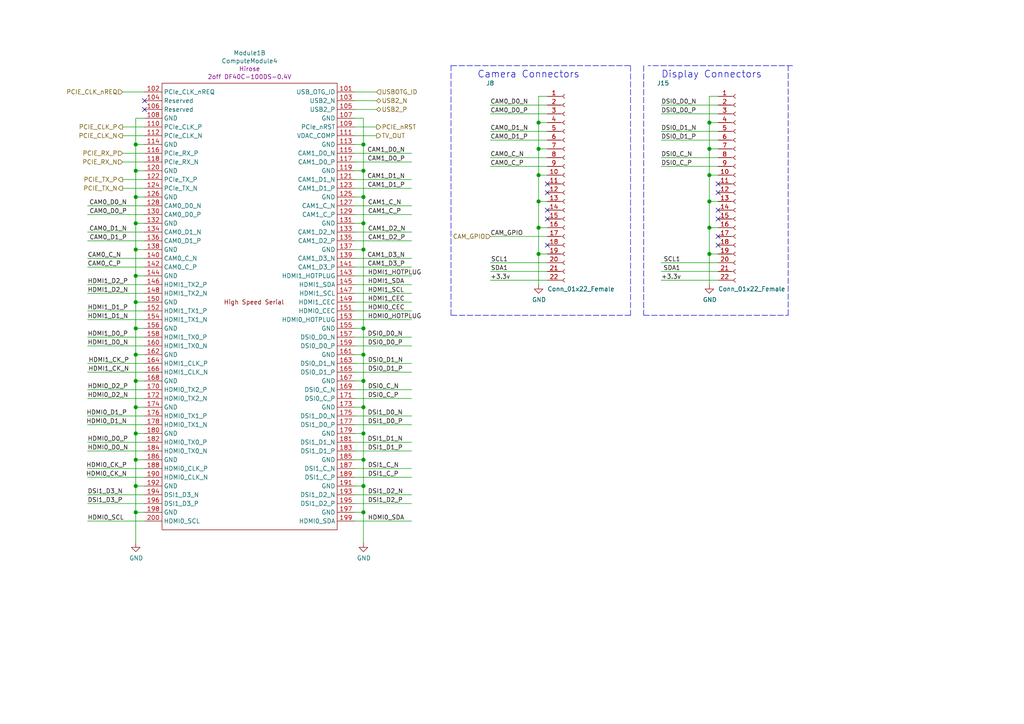
<source format=kicad_sch>
(kicad_sch (version 20250114) (generator "eeschema") (generator_version "9.0")
  (paper "A4")
  (title_block (title "WavePad CM4 Carrier Board - HighSpeed") (rev "1"))
  (lib_symbols
    (symbol "CM4IO:ComputeModule4-CM4"
      (property "Reference" "Module" (at 113.03 -68.58 0))
      (property "Value" "ComputeModule4-CM4" (at 140.97 2.54 0))
      (property "Field4" "Hirose" (at 0 0 0))
      (property "Field5" "2x DF40C-100DS-0.4V" (at 0 -2.54 0))
      (symbol "ComputeModule4-CM4_1_0"
        (text "GPIO" (at 0 6.35 0) (effects (font (size 1.27 1.27))))
      )
      (symbol "ComputeModule4-CM4_1_1"
        (rectangle (start -30.48 -71.12) (end 25.4 58.42))
        (text "600mA Max" (at -8.89 -48.26 0) (effects (font (size 1.27 1.27))))
        (text "600mA Max" (at -8.89 -53.34 0) (effects (font (size 1.27 1.27))))
        (text "NB SD signals are only available" (at -1.27 -27.94 0) (effects (font (size 1.27 1.27))))
        (text "on modules without eMMC" (at -1.27 -30.48 0) (effects (font (size 1.27 1.27))))
        (pin power_in line (at -33.02 55.88 0) (length 2.54) (name "GND") (number "2"))
        (pin passive line (at -33.02 53.34 0) (length 2.54) (name "Ethernet_Pair1_P") (number "4"))
        (pin passive line (at -33.02 50.8 0) (length 2.54) (name "Ethernet_Pair1_N") (number "6"))
        (pin power_in line (at -33.02 48.26 0) (length 2.54) (name "GND") (number "8"))
        (pin passive line (at -33.02 45.72 0) (length 2.54) (name "Ethernet_Pair0_N") (number "10"))
        (pin passive line (at -33.02 43.18 0) (length 2.54) (name "Ethernet_Pair0_P") (number "12"))
        (pin power_in line (at -33.02 40.64 0) (length 2.54) (name "GND") (number "14"))
        (pin input line (at -33.02 38.1 0) (length 2.54) (name "Ethernet_SYNC_IN(1.8v)") (number "16"))
        (pin input line (at -33.02 35.56 0) (length 2.54) (name "Ethernet_SYNC_OUT(1.8v)") (number "18"))
        (pin passive line (at -33.02 33.02 0) (length 2.54) (name "EEPROM_nWP") (number "20"))
        (pin power_in line (at -33.02 30.48 0) (length 2.54) (name "GND") (number "22"))
        (pin passive line (at -33.02 27.94 0) (length 2.54) (name "GPIO26") (number "24"))
        (pin passive line (at -33.02 25.4 0) (length 2.54) (name "GPIO19") (number "26"))
        (pin passive line (at -33.02 22.86 0) (length 2.54) (name "GPIO13") (number "28"))
        (pin passive line (at -33.02 20.32 0) (length 2.54) (name "GPIO6") (number "30"))
        (pin power_in line (at -33.02 17.78 0) (length 2.54) (name "GND") (number "32"))
        (pin passive line (at -33.02 15.24 0) (length 2.54) (name "GPIO5") (number "34"))
        (pin passive line (at -33.02 12.7 0) (length 2.54) (name "ID_SD") (number "36"))
        (pin passive line (at -33.02 10.16 0) (length 2.54) (name "GPIO11") (number "38"))
        (pin passive line (at -33.02 7.62 0) (length 2.54) (name "GPIO9") (number "40"))
        (pin power_in line (at -33.02 5.08 0) (length 2.54) (name "GND") (number "42"))
        (pin passive line (at -33.02 2.54 0) (length 2.54) (name "GPIO10") (number "44"))
        (pin passive line (at -33.02 0 0) (length 2.54) (name "GPIO22") (number "46"))
        (pin passive line (at -33.02 -2.54 0) (length 2.54) (name "GPIO27") (number "48"))
        (pin passive line (at -33.02 -5.08 0) (length 2.54) (name "GPIO17") (number "50"))
        (pin power_in line (at -33.02 -7.62 0) (length 2.54) (name "GND") (number "52"))
        (pin passive line (at -33.02 -10.16 0) (length 2.54) (name "GPIO4") (number "54"))
        (pin passive line (at -33.02 -12.7 0) (length 2.54) (name "GPIO3") (number "56"))
        (pin passive line (at -33.02 -15.24 0) (length 2.54) (name "GPIO2") (number "58"))
        (pin power_in line (at -33.02 -17.78 0) (length 2.54) (name "GND") (number "60"))
        (pin passive line (at -33.02 -20.32 0) (length 2.54) (name "SD_CMD") (number "62"))
        (pin passive line (at -33.02 -22.86 0) (length 2.54) (name "SD_DAT5") (number "64"))
        (pin power_in line (at -33.02 -25.4 0) (length 2.54) (name "GND") (number "66"))
        (pin passive line (at -33.02 -27.94 0) (length 2.54) (name "SD_DAT4") (number "68"))
        (pin passive line (at -33.02 -30.48 0) (length 2.54) (name "SD_DAT7") (number "70"))
        (pin passive line (at -33.02 -33.02 0) (length 2.54) (name "SD_DAT6") (number "72"))
        (pin power_in line (at -33.02 -35.56 0) (length 2.54) (name "GND") (number "74"))
        (pin passive line (at -33.02 -38.1 0) (length 2.54) (name "Reserved") (number "76"))
        (pin power_in line (at -33.02 -40.64 0) (length 2.54) (name "GPIO_VREF(1.8v/3.3v_Input)") (number "78"))
        (pin passive line (at -33.02 -43.18 0) (length 2.54) (name "SCL0") (number "80"))
        (pin passive line (at -33.02 -45.72 0) (length 2.54) (name "SDA0") (number "82"))
        (pin power_out line (at -33.02 -48.26 0) (length 2.54) (name "+3.3v_(Output)") (number "84"))
        (pin power_out line (at -33.02 -50.8 0) (length 2.54) (name "+3.3v_(Output)") (number "86"))
        (pin power_out line (at -33.02 -53.34 0) (length 2.54) (name "+1.8v_(Output)") (number "88"))
        (pin power_out line (at -33.02 -55.88 0) (length 2.54) (name "+1.8v_(Output)") (number "90"))
        (pin passive line (at -33.02 -58.42 0) (length 2.54) (name "RUN_PG") (number "92"))
        (pin passive line (at -33.02 -60.96 0) (length 2.54) (name "AnalogIP0") (number "94"))
        (pin passive line (at -33.02 -63.5 0) (length 2.54) (name "AnalogIP1") (number "96"))
        (pin power_in line (at -33.02 -66.04 0) (length 2.54) (name "GND") (number "98"))
        (pin output line (at -33.02 -68.58 0) (length 2.54) (name "nEXTRST") (number "100"))
        (pin power_in line (at 27.94 55.88 180) (length 2.54) (name "GND") (number "1"))
        (pin passive line (at 27.94 53.34 180) (length 2.54) (name "Ethernet_Pair3_P") (number "3"))
        (pin passive line (at 27.94 50.8 180) (length 2.54) (name "Ethernet_Pair3_N") (number "5"))
        (pin power_in line (at 27.94 48.26 180) (length 2.54) (name "GND") (number "7"))
        (pin passive line (at 27.94 45.72 180) (length 2.54) (name "Ethernet_Pair2_N") (number "9"))
        (pin passive line (at 27.94 43.18 180) (length 2.54) (name "Ethernet_Pair2_P") (number "11"))
        (pin power_in line (at 27.94 40.64 180) (length 2.54) (name "GND") (number "13"))
        (pin output line (at 27.94 38.1 180) (length 2.54) (name "Ethernet_nLED3(3.3v)") (number "15"))
        (pin output line (at 27.94 35.56 180) (length 2.54) (name "Ethernet_nLED2(3.3v)") (number "17"))
        (pin output line (at 27.94 33.02 180) (length 2.54) (name "Ethernet_nLED1(3.3v)") (number "19"))
        (pin open_collector line (at 27.94 30.48 180) (length 2.54) (name "PI_nLED_Activity") (number "21"))
        (pin power_in line (at 27.94 27.94 180) (length 2.54) (name "GND") (number "23"))
        (pin passive line (at 27.94 25.4 180) (length 2.54) (name "GPIO21") (number "25"))
        (pin passive line (at 27.94 22.86 180) (length 2.54) (name "GPIO20") (number "27"))
        (pin passive line (at 27.94 20.32 180) (length 2.54) (name "GPIO16") (number "29"))
        (pin passive line (at 27.94 17.78 180) (length 2.54) (name "GPIO12") (number "31"))
        (pin power_in line (at 27.94 15.24 180) (length 2.54) (name "GND") (number "33"))
        (pin passive line (at 27.94 12.7 180) (length 2.54) (name "ID_SC") (number "35"))
        (pin passive line (at 27.94 10.16 180) (length 2.54) (name "GPIO7") (number "37"))
        (pin passive line (at 27.94 7.62 180) (length 2.54) (name "GPIO8") (number "39"))
        (pin passive line (at 27.94 5.08 180) (length 2.54) (name "GPIO25") (number "41"))
        (pin power_in line (at 27.94 2.54 180) (length 2.54) (name "GND") (number "43"))
        (pin passive line (at 27.94 0 180) (length 2.54) (name "GPIO24") (number "45"))
        (pin passive line (at 27.94 -2.54 180) (length 2.54) (name "GPIO23") (number "47"))
        (pin passive line (at 27.94 -5.08 180) (length 2.54) (name "GPIO18") (number "49"))
        (pin passive line (at 27.94 -7.62 180) (length 2.54) (name "GPIO15") (number "51"))
        (pin power_in line (at 27.94 -10.16 180) (length 2.54) (name "GND") (number "53"))
        (pin passive line (at 27.94 -12.7 180) (length 2.54) (name "GPIO14") (number "55"))
        (pin passive line (at 27.94 -15.24 180) (length 2.54) (name "SD_CLK") (number "57"))
        (pin power_in line (at 27.94 -17.78 180) (length 2.54) (name "GND") (number "59"))
        (pin passive line (at 27.94 -20.32 180) (length 2.54) (name "SD_DAT3") (number "61"))
        (pin passive line (at 27.94 -22.86 180) (length 2.54) (name "SD_DAT0") (number "63"))
        (pin power_in line (at 27.94 -25.4 180) (length 2.54) (name "GND") (number "65"))
        (pin passive line (at 27.94 -27.94 180) (length 2.54) (name "SD_DAT1") (number "67"))
        (pin passive line (at 27.94 -30.48 180) (length 2.54) (name "SD_DAT2") (number "69"))
        (pin power_in line (at 27.94 -33.02 180) (length 2.54) (name "GND") (number "71"))
        (pin input line (at 27.94 -35.56 180) (length 2.54) (name "SD_VDD_Override") (number "73"))
        (pin output line (at 27.94 -38.1 180) (length 2.54) (name "SD_PWR_ON") (number "75"))
        (pin power_in line (at 27.94 -40.64 180) (length 2.54) (name "+5v_(Input)") (number "77"))
        (pin power_in line (at 27.94 -43.18 180) (length 2.54) (name "+5v_(Input)") (number "79"))
        (pin power_in line (at 27.94 -45.72 180) (length 2.54) (name "+5v_(Input)") (number "81"))
        (pin power_in line (at 27.94 -48.26 180) (length 2.54) (name "+5v_(Input)") (number "83"))
        (pin power_in line (at 27.94 -50.8 180) (length 2.54) (name "+5v_(Input)") (number "85"))
        (pin power_in line (at 27.94 -53.34 180) (length 2.54) (name "+5v_(Input)") (number "87"))
        (pin power_in line (at 27.94 -55.88 180) (length 2.54) (name "WiFi_nDisable") (number "89"))
        (pin power_in line (at 27.94 -58.42 180) (length 2.54) (name "BT_nDisable") (number "91"))
        (pin input line (at 27.94 -60.96 180) (length 2.54) (name "nRPIBOOT") (number "93"))
        (pin output line (at 27.94 -63.5 180) (length 2.54) (name "nPI_LED_PWR") (number "95"))
        (pin passive line (at 27.94 -66.04 180) (length 2.54) (name "Camera_GPIO") (number "97"))
        (pin input line (at 27.94 -68.58 180) (length 2.54) (name "Global_EN") (number "99"))
      )
      (symbol "ComputeModule4-CM4_2_1"
        (rectangle (start 114.3 -66.04) (end 165.1 63.5))
        (text "High Speed Serial" (at 140.97 0 0) (effects (font (size 1.27 1.27))))
        (pin input line (at 109.22 60.96 0) (length 5.08) (name "PCIe_CLK_nREQ") (number "102"))
        (pin passive line (at 109.22 58.42 0) (length 5.08) (name "Reserved") (number "104"))
        (pin passive line (at 109.22 55.88 0) (length 5.08) (name "Reserved") (number "106"))
        (pin power_in line (at 109.22 53.34 0) (length 5.08) (name "GND") (number "108"))
        (pin output line (at 109.22 50.8 0) (length 5.08) (name "PCIe_CLK_P") (number "110"))
        (pin output line (at 109.22 48.26 0) (length 5.08) (name "PCIe_CLK_N") (number "112"))
        (pin power_in line (at 109.22 45.72 0) (length 5.08) (name "GND") (number "114"))
        (pin input line (at 109.22 43.18 0) (length 5.08) (name "PCIe_RX_P") (number "116"))
        (pin input line (at 109.22 40.64 0) (length 5.08) (name "PCIe_RX_N") (number "118"))
        (pin power_in line (at 109.22 38.1 0) (length 5.08) (name "GND") (number "120"))
        (pin output line (at 109.22 35.56 0) (length 5.08) (name "PCIe_TX_P") (number "122"))
        (pin output line (at 109.22 33.02 0) (length 5.08) (name "PCIe_TX_N") (number "124"))
        (pin power_in line (at 109.22 30.48 0) (length 5.08) (name "GND") (number "126"))
        (pin input line (at 109.22 27.94 0) (length 5.08) (name "CAM0_D0_N") (number "128"))
        (pin input line (at 109.22 25.4 0) (length 5.08) (name "CAM0_D0_P") (number "130"))
        (pin power_in line (at 109.22 22.86 0) (length 5.08) (name "GND") (number "132"))
        (pin input line (at 109.22 20.32 0) (length 5.08) (name "CAM0_D1_N") (number "134"))
        (pin input line (at 109.22 17.78 0) (length 5.08) (name "CAM0_D1_P") (number "136"))
        (pin power_in line (at 109.22 15.24 0) (length 5.08) (name "GND") (number "138"))
        (pin input line (at 109.22 12.7 0) (length 5.08) (name "CAM0_C_N") (number "140"))
        (pin input line (at 109.22 10.16 0) (length 5.08) (name "CAM0_C_P") (number "142"))
        (pin power_in line (at 109.22 7.62 0) (length 5.08) (name "GND") (number "144"))
        (pin output line (at 109.22 5.08 0) (length 5.08) (name "HDMI1_TX2_P") (number "146"))
        (pin output line (at 109.22 2.54 0) (length 5.08) (name "HDMI1_TX2_N") (number "148"))
        (pin power_in line (at 109.22 0 0) (length 5.08) (name "GND") (number "150"))
        (pin output line (at 109.22 -2.54 0) (length 5.08) (name "HDMI1_TX1_P") (number "152"))
        (pin output line (at 109.22 -5.08 0) (length 5.08) (name "HDMI1_TX1_N") (number "154"))
        (pin power_in line (at 109.22 -7.62 0) (length 5.08) (name "GND") (number "156"))
        (pin output line (at 109.22 -10.16 0) (length 5.08) (name "HDMI1_TX0_P") (number "158"))
        (pin output line (at 109.22 -12.7 0) (length 5.08) (name "HDMI1_TX0_N") (number "160"))
        (pin power_in line (at 109.22 -15.24 0) (length 5.08) (name "GND") (number "162"))
        (pin output line (at 109.22 -17.78 0) (length 5.08) (name "HDMI1_CLK_P") (number "164"))
        (pin output line (at 109.22 -20.32 0) (length 5.08) (name "HDMI1_CLK_N") (number "166"))
        (pin power_in line (at 109.22 -22.86 0) (length 5.08) (name "GND") (number "168"))
        (pin output line (at 109.22 -25.4 0) (length 5.08) (name "HDMI0_TX2_P") (number "170"))
        (pin output line (at 109.22 -27.94 0) (length 5.08) (name "HDMI0_TX2_N") (number "172"))
        (pin power_in line (at 109.22 -30.48 0) (length 5.08) (name "GND") (number "174"))
        (pin output line (at 109.22 -33.02 0) (length 5.08) (name "HDMI0_TX1_P") (number "176"))
        (pin output line (at 109.22 -35.56 0) (length 5.08) (name "HDMI0_TX1_N") (number "178"))
        (pin power_in line (at 109.22 -38.1 0) (length 5.08) (name "GND") (number "180"))
        (pin output line (at 109.22 -40.64 0) (length 5.08) (name "HDMI0_TX0_P") (number "182"))
        (pin output line (at 109.22 -43.18 0) (length 5.08) (name "HDMI0_TX0_N") (number "184"))
        (pin power_in line (at 109.22 -45.72 0) (length 5.08) (name "GND") (number "186"))
        (pin output line (at 109.22 -48.26 0) (length 5.08) (name "HDMI0_CLK_P") (number "188"))
        (pin output line (at 109.22 -50.8 0) (length 5.08) (name "HDMI0_CLK_N") (number "190"))
        (pin power_in line (at 109.22 -53.34 0) (length 5.08) (name "GND") (number "192"))
        (pin output line (at 109.22 -55.88 0) (length 5.08) (name "DSI1_D3_N") (number "194"))
        (pin output line (at 109.22 -58.42 0) (length 5.08) (name "DSI1_D3_P") (number "196"))
        (pin power_in line (at 109.22 -60.96 0) (length 5.08) (name "GND") (number "198"))
        (pin open_collector line (at 109.22 -63.5 0) (length 5.08) (name "HDMI0_SCL") (number "200"))
        (pin input line (at 170.18 60.96 180) (length 5.08) (name "USB_OTG_ID") (number "101"))
        (pin passive line (at 170.18 58.42 180) (length 5.08) (name "USB2_N") (number "103"))
        (pin passive line (at 170.18 55.88 180) (length 5.08) (name "USB2_P") (number "105"))
        (pin power_in line (at 170.18 53.34 180) (length 5.08) (name "GND") (number "107"))
        (pin bidirectional line (at 170.18 50.8 180) (length 5.08) (name "PCIe_nRST") (number "109"))
        (pin passive line (at 170.18 48.26 180) (length 5.08) (name "VDAC_COMP") (number "111"))
        (pin power_in line (at 170.18 45.72 180) (length 5.08) (name "GND") (number "113"))
        (pin input line (at 170.18 43.18 180) (length 5.08) (name "CAM1_D0_N") (number "115"))
        (pin input line (at 170.18 40.64 180) (length 5.08) (name "CAM1_D0_P") (number "117"))
        (pin power_in line (at 170.18 38.1 180) (length 5.08) (name "GND") (number "119"))
        (pin input line (at 170.18 35.56 180) (length 5.08) (name "CAM1_D1_N") (number "121"))
        (pin input line (at 170.18 33.02 180) (length 5.08) (name "CAM1_D1_P") (number "123"))
        (pin power_in line (at 170.18 30.48 180) (length 5.08) (name "GND") (number "125"))
        (pin input line (at 170.18 27.94 180) (length 5.08) (name "CAM1_C_N") (number "127"))
        (pin input line (at 170.18 25.4 180) (length 5.08) (name "CAM1_C_P") (number "129"))
        (pin power_in line (at 170.18 22.86 180) (length 5.08) (name "GND") (number "131"))
        (pin input line (at 170.18 20.32 180) (length 5.08) (name "CAM1_D2_N") (number "133"))
        (pin input line (at 170.18 17.78 180) (length 5.08) (name "CAM1_D2_P") (number "135"))
        (pin power_in line (at 170.18 15.24 180) (length 5.08) (name "GND") (number "137"))
        (pin input line (at 170.18 12.7 180) (length 5.08) (name "CAM1_D3_N") (number "139"))
        (pin input line (at 170.18 10.16 180) (length 5.08) (name "CAM1_D3_P") (number "141"))
        (pin input line (at 170.18 7.62 180) (length 5.08) (name "HDMI1_HOTPLUG") (number "143"))
        (pin bidirectional line (at 170.18 5.08 180) (length 5.08) (name "HDMI1_SDA") (number "145"))
        (pin open_collector line (at 170.18 2.54 180) (length 5.08) (name "HDMI1_SCL") (number "147"))
        (pin open_collector line (at 170.18 0 180) (length 5.08) (name "HDMI1_CEC") (number "149"))
        (pin open_collector line (at 170.18 -2.54 180) (length 5.08) (name "HDMI0_CEC") (number "151"))
        (pin input line (at 170.18 -5.08 180) (length 5.08) (name "HDMI0_HOTPLUG") (number "153"))
        (pin power_in line (at 170.18 -7.62 180) (length 5.08) (name "GND") (number "155"))
        (pin output line (at 170.18 -10.16 180) (length 5.08) (name "DSI0_D0_N") (number "157"))
        (pin output line (at 170.18 -12.7 180) (length 5.08) (name "DSI0_D0_P") (number "159"))
        (pin power_in line (at 170.18 -15.24 180) (length 5.08) (name "GND") (number "161"))
        (pin output line (at 170.18 -17.78 180) (length 5.08) (name "DSI0_D1_N") (number "163"))
        (pin output line (at 170.18 -20.32 180) (length 5.08) (name "DSI0_D1_P") (number "165"))
        (pin power_in line (at 170.18 -22.86 180) (length 5.08) (name "GND") (number "167"))
        (pin output line (at 170.18 -25.4 180) (length 5.08) (name "DSI0_C_N") (number "169"))
        (pin output line (at 170.18 -27.94 180) (length 5.08) (name "DSI0_C_P") (number "171"))
        (pin power_in line (at 170.18 -30.48 180) (length 5.08) (name "GND") (number "173"))
        (pin output line (at 170.18 -33.02 180) (length 5.08) (name "DSI1_D0_N") (number "175"))
        (pin output line (at 170.18 -35.56 180) (length 5.08) (name "DSI1_D0_P") (number "177"))
        (pin power_in line (at 170.18 -38.1 180) (length 5.08) (name "GND") (number "179"))
        (pin output line (at 170.18 -40.64 180) (length 5.08) (name "DSI1_D1_N") (number "181"))
        (pin output line (at 170.18 -43.18 180) (length 5.08) (name "DSI1_D1_P") (number "183"))
        (pin power_in line (at 170.18 -45.72 180) (length 5.08) (name "GND") (number "185"))
        (pin output line (at 170.18 -48.26 180) (length 5.08) (name "DSI1_C_N") (number "187"))
        (pin output line (at 170.18 -50.8 180) (length 5.08) (name "DSI1_C_P") (number "189"))
        (pin power_in line (at 170.18 -53.34 180) (length 5.08) (name "GND") (number "191"))
        (pin output line (at 170.18 -55.88 180) (length 5.08) (name "DSI1_D2_N") (number "193"))
        (pin output line (at 170.18 -58.42 180) (length 5.08) (name "DSI1_D2_P") (number "195"))
        (pin power_in line (at 170.18 -60.96 180) (length 5.08) (name "GND") (number "197"))
        (pin bidirectional line (at 170.18 -63.5 180) (length 5.08) (name "HDMI0_SDA") (number "199"))
      )
    )
    (symbol "Connector:Conn_01x22_Female" (pin_names (hide yes))
      (property "Reference" "J" (at 0 27.94 0))
      (property "Value" "Conn_01x22_Female" (at 0 -30.48 0))
      (symbol "Conn_01x22_Female_1_1"
        (polyline (pts (xy -1.27 25.4) (xy -0.508 25.4)))
        (polyline (pts (xy -1.27 22.86) (xy -0.508 22.86)))
        (polyline (pts (xy -1.27 20.32) (xy -0.508 20.32)))
        (polyline (pts (xy -1.27 17.78) (xy -0.508 17.78)))
        (polyline (pts (xy -1.27 15.24) (xy -0.508 15.24)))
        (polyline (pts (xy -1.27 12.7) (xy -0.508 12.7)))
        (polyline (pts (xy -1.27 10.16) (xy -0.508 10.16)))
        (polyline (pts (xy -1.27 7.62) (xy -0.508 7.62)))
        (polyline (pts (xy -1.27 5.08) (xy -0.508 5.08)))
        (polyline (pts (xy -1.27 2.54) (xy -0.508 2.54)))
        (polyline (pts (xy -1.27 0) (xy -0.508 0)))
        (polyline (pts (xy -1.27 -2.54) (xy -0.508 -2.54)))
        (polyline (pts (xy -1.27 -5.08) (xy -0.508 -5.08)))
        (polyline (pts (xy -1.27 -7.62) (xy -0.508 -7.62)))
        (polyline (pts (xy -1.27 -10.16) (xy -0.508 -10.16)))
        (polyline (pts (xy -1.27 -12.7) (xy -0.508 -12.7)))
        (polyline (pts (xy -1.27 -15.24) (xy -0.508 -15.24)))
        (polyline (pts (xy -1.27 -17.78) (xy -0.508 -17.78)))
        (polyline (pts (xy -1.27 -20.32) (xy -0.508 -20.32)))
        (polyline (pts (xy -1.27 -22.86) (xy -0.508 -22.86)))
        (polyline (pts (xy -1.27 -25.4) (xy -0.508 -25.4)))
        (polyline (pts (xy -1.27 -27.94) (xy -0.508 -27.94)))
        (arc (start 0 24.892) (mid -0.5058 25.4) (end 0 25.908))
        (arc (start 0 22.352) (mid -0.5058 22.86) (end 0 23.368))
        (arc (start 0 19.812) (mid -0.5058 20.32) (end 0 20.828))
        (arc (start 0 17.272) (mid -0.5058 17.78) (end 0 18.288))
        (arc (start 0 14.732) (mid -0.5058 15.24) (end 0 15.748))
        (arc (start 0 12.192) (mid -0.5058 12.7) (end 0 13.208))
        (arc (start 0 9.652) (mid -0.5058 10.16) (end 0 10.668))
        (arc (start 0 7.112) (mid -0.5058 7.62) (end 0 8.128))
        (arc (start 0 4.572) (mid -0.5058 5.08) (end 0 5.588))
        (arc (start 0 2.032) (mid -0.5058 2.54) (end 0 3.048))
        (arc (start 0 -0.508) (mid -0.5058 0) (end 0 0.508))
        (arc (start 0 -3.048) (mid -0.5058 -2.54) (end 0 -2.032))
        (arc (start 0 -5.588) (mid -0.5058 -5.08) (end 0 -4.572))
        (arc (start 0 -8.128) (mid -0.5058 -7.62) (end 0 -7.112))
        (arc (start 0 -10.668) (mid -0.5058 -10.16) (end 0 -9.652))
        (arc (start 0 -13.208) (mid -0.5058 -12.7) (end 0 -12.192))
        (arc (start 0 -15.748) (mid -0.5058 -15.24) (end 0 -14.732))
        (arc (start 0 -18.288) (mid -0.5058 -17.78) (end 0 -17.272))
        (arc (start 0 -20.828) (mid -0.5058 -20.32) (end 0 -19.812))
        (arc (start 0 -23.368) (mid -0.5058 -22.86) (end 0 -22.352))
        (arc (start 0 -25.908) (mid -0.5058 -25.4) (end 0 -24.892))
        (arc (start 0 -28.448) (mid -0.5058 -27.94) (end 0 -27.432))
        (pin passive line (at -5.08 25.4 0) (length 3.81) (name "Pin_1") (number "1"))
        (pin passive line (at -5.08 22.86 0) (length 3.81) (name "Pin_2") (number "2"))
        (pin passive line (at -5.08 20.32 0) (length 3.81) (name "Pin_3") (number "3"))
        (pin passive line (at -5.08 17.78 0) (length 3.81) (name "Pin_4") (number "4"))
        (pin passive line (at -5.08 15.24 0) (length 3.81) (name "Pin_5") (number "5"))
        (pin passive line (at -5.08 12.7 0) (length 3.81) (name "Pin_6") (number "6"))
        (pin passive line (at -5.08 10.16 0) (length 3.81) (name "Pin_7") (number "7"))
        (pin passive line (at -5.08 7.62 0) (length 3.81) (name "Pin_8") (number "8"))
        (pin passive line (at -5.08 5.08 0) (length 3.81) (name "Pin_9") (number "9"))
        (pin passive line (at -5.08 2.54 0) (length 3.81) (name "Pin_10") (number "10"))
        (pin passive line (at -5.08 0 0) (length 3.81) (name "Pin_11") (number "11"))
        (pin passive line (at -5.08 -2.54 0) (length 3.81) (name "Pin_12") (number "12"))
        (pin passive line (at -5.08 -5.08 0) (length 3.81) (name "Pin_13") (number "13"))
        (pin passive line (at -5.08 -7.62 0) (length 3.81) (name "Pin_14") (number "14"))
        (pin passive line (at -5.08 -10.16 0) (length 3.81) (name "Pin_15") (number "15"))
        (pin passive line (at -5.08 -12.7 0) (length 3.81) (name "Pin_16") (number "16"))
        (pin passive line (at -5.08 -15.24 0) (length 3.81) (name "Pin_17") (number "17"))
        (pin passive line (at -5.08 -17.78 0) (length 3.81) (name "Pin_18") (number "18"))
        (pin passive line (at -5.08 -20.32 0) (length 3.81) (name "Pin_19") (number "19"))
        (pin passive line (at -5.08 -22.86 0) (length 3.81) (name "Pin_20") (number "20"))
        (pin passive line (at -5.08 -25.4 0) (length 3.81) (name "Pin_21") (number "21"))
        (pin passive line (at -5.08 -27.94 0) (length 3.81) (name "Pin_22") (number "22"))
      )
    )
    (symbol "power:GND" (power) (pin_names (offset 0))
      (property "Value" "GND" (at 0 -3.81 0))
      (symbol "GND_0_1"
        (polyline (pts (xy 0 0) (xy 0 -1.27) (xy 1.27 -1.27) (xy 0 -2.54) (xy -1.27 -1.27) (xy 0 -1.27)))
      )
      (symbol "GND_1_1"
        (pin power_in line (at 0 0 270) (length 0) (hide yes) (name "GND") (number "1"))
      )
    )
  )
  (text "Camera Connectors" (at 138.43 22.86 0) (effects (font (size 2.0066 2.0066)) (justify left bottom)))
  (text "Display Connectors" (at 191.77 22.86 0) (effects (font (size 2.0066 2.0066)) (justify left bottom)))
  (junction (at 105.41 110.49) (diameter 1.016))
  (junction (at 105.41 49.53) (diameter 1.016))
  (junction (at 39.37 72.39) (diameter 1.016))
  (junction (at 105.41 140.97) (diameter 1.016))
  (junction (at 156.21 66.04) (diameter 1.016))
  (junction (at 39.37 57.15) (diameter 1.016))
  (junction (at 39.37 110.49) (diameter 1.016))
  (junction (at 105.41 41.91) (diameter 1.016))
  (junction (at 39.37 49.53) (diameter 1.016))
  (junction (at 105.41 57.15) (diameter 1.016))
  (junction (at 105.41 133.35) (diameter 1.016))
  (junction (at 39.37 140.97) (diameter 1.016))
  (junction (at 205.74 43.18) (diameter 1.016))
  (junction (at 105.41 64.77) (diameter 1.016))
  (junction (at 39.37 87.63) (diameter 1.016))
  (junction (at 205.74 66.04) (diameter 1.016))
  (junction (at 105.41 148.59) (diameter 1.016))
  (junction (at 156.21 58.42) (diameter 1.016))
  (junction (at 156.21 73.66) (diameter 1.016))
  (junction (at 205.74 35.56) (diameter 1.016))
  (junction (at 39.37 118.11) (diameter 1.016))
  (junction (at 205.74 58.42) (diameter 1.016))
  (junction (at 105.41 102.87) (diameter 1.016))
  (junction (at 39.37 148.59) (diameter 1.016))
  (junction (at 105.41 118.11) (diameter 1.016))
  (junction (at 39.37 64.77) (diameter 1.016))
  (junction (at 205.74 50.8) (diameter 1.016))
  (junction (at 39.37 125.73) (diameter 1.016))
  (junction (at 205.74 73.66) (diameter 1.016))
  (junction (at 39.37 133.35) (diameter 1.016))
  (junction (at 105.41 95.25) (diameter 1.016))
  (junction (at 39.37 41.91) (diameter 1.016))
  (junction (at 105.41 72.39) (diameter 1.016))
  (junction (at 156.21 43.18) (diameter 1.016))
  (junction (at 156.21 35.56) (diameter 1.016))
  (junction (at 39.37 80.01) (diameter 1.016))
  (junction (at 39.37 102.87) (diameter 1.016))
  (junction (at 39.37 95.25) (diameter 1.016))
  (junction (at 105.41 125.73) (diameter 1.016))
  (junction (at 156.21 50.8) (diameter 1.016))
  (no_connect (at 208.28 55.88))
  (no_connect (at 208.28 60.96))
  (no_connect (at 158.75 71.12))
  (no_connect (at 158.75 63.5))
  (no_connect (at 158.75 60.96))
  (no_connect (at 158.75 53.34))
  (no_connect (at 41.91 31.75))
  (no_connect (at 208.28 68.58))
  (no_connect (at 41.91 29.21))
  (no_connect (at 208.28 71.12))
  (no_connect (at 208.28 63.5))
  (no_connect (at 158.75 55.88))
  (no_connect (at 208.28 53.34))
  (wire (pts (xy 102.87 41.91) (xy 105.41 41.91)))
  (wire (pts (xy 39.37 80.01) (xy 39.37 87.63)))
  (wire (pts (xy 41.91 62.23) (xy 25.4 62.23)))
  (wire (pts (xy 39.37 41.91) (xy 41.91 41.91)))
  (wire (pts (xy 205.74 35.56) (xy 205.74 43.18)))
  (wire (pts (xy 105.41 41.91) (xy 105.41 34.29)))
  (wire (pts (xy 156.21 66.04) (xy 158.75 66.04)))
  (wire (pts (xy 102.87 29.21) (xy 109.22 29.21)))
  (wire (pts (xy 25.4 82.55) (xy 41.91 82.55)))
  (wire (pts (xy 102.87 59.69) (xy 119.38 59.69)))
  (wire (pts (xy 41.91 44.45) (xy 35.56 44.45)))
  (wire (pts (xy 142.24 40.64) (xy 158.75 40.64)))
  (wire (pts (xy 102.87 113.03) (xy 119.38 113.03)))
  (wire (pts (xy 119.38 130.81) (xy 102.87 130.81)))
  (wire (pts (xy 102.87 148.59) (xy 105.41 148.59)))
  (wire (pts (xy 105.41 64.77) (xy 105.41 57.15)))
  (wire (pts (xy 102.87 107.95) (xy 119.38 107.95)))
  (wire (pts (xy 102.87 67.31) (xy 119.38 67.31)))
  (wire (pts (xy 39.37 140.97) (xy 39.37 148.59)))
  (wire (pts (xy 39.37 125.73) (xy 39.37 133.35)))
  (wire (pts (xy 158.75 81.28) (xy 142.24 81.28)))
  (wire (pts (xy 39.37 102.87) (xy 41.91 102.87)))
  (wire (pts (xy 119.38 120.65) (xy 102.87 120.65)))
  (wire (pts (xy 119.38 52.07) (xy 102.87 52.07)))
  (wire (pts (xy 102.87 90.17) (xy 119.38 90.17)))
  (wire (pts (xy 191.77 38.1) (xy 208.28 38.1)))
  (wire (pts (xy 142.24 33.02) (xy 158.75 33.02)))
  (wire (pts (xy 35.56 54.61) (xy 41.91 54.61)))
  (wire (pts (xy 156.21 35.56) (xy 158.75 35.56)))
  (wire (pts (xy 105.41 72.39) (xy 105.41 95.25)))
  (polyline (pts (xy 182.88 91.44) (xy 130.81 91.44)) (stroke (width 0) (type dash)))
  (wire (pts (xy 39.37 148.59) (xy 39.37 157.48)))
  (wire (pts (xy 119.38 54.61) (xy 102.87 54.61)))
  (wire (pts (xy 39.37 110.49) (xy 41.91 110.49)))
  (wire (pts (xy 25.4 74.93) (xy 41.91 74.93)))
  (wire (pts (xy 39.37 57.15) (xy 41.91 57.15)))
  (wire (pts (xy 39.37 87.63) (xy 41.91 87.63)))
  (polyline (pts (xy 228.6 91.44) (xy 228.6 19.05)) (stroke (width 0) (type dash)))
  (wire (pts (xy 39.37 110.49) (xy 39.37 118.11)))
  (wire (pts (xy 41.91 148.59) (xy 39.37 148.59)))
  (wire (pts (xy 102.87 102.87) (xy 105.41 102.87)))
  (wire (pts (xy 41.91 138.43) (xy 25.4 138.43)))
  (wire (pts (xy 35.56 52.07) (xy 41.91 52.07)))
  (wire (pts (xy 105.41 110.49) (xy 105.41 118.11)))
  (polyline (pts (xy 130.81 19.05) (xy 182.88 19.05)) (stroke (width 0) (type dash)))
  (polyline (pts (xy 186.69 91.44) (xy 228.6 91.44)) (stroke (width 0) (type dash)))
  (wire (pts (xy 105.41 57.15) (xy 105.41 49.53)))
  (wire (pts (xy 25.4 130.81) (xy 41.91 130.81)))
  (wire (pts (xy 41.91 120.65) (xy 25.4 120.65)))
  (wire (pts (xy 39.37 133.35) (xy 39.37 140.97)))
  (wire (pts (xy 105.41 49.53) (xy 105.41 41.91)))
  (wire (pts (xy 41.91 135.89) (xy 25.4 135.89)))
  (wire (pts (xy 41.91 123.19) (xy 25.4 123.19)))
  (wire (pts (xy 41.91 69.85) (xy 25.4 69.85)))
  (wire (pts (xy 39.37 95.25) (xy 39.37 102.87)))
  (wire (pts (xy 102.87 143.51) (xy 119.38 143.51)))
  (wire (pts (xy 102.87 133.35) (xy 105.41 133.35)))
  (wire (pts (xy 158.75 76.2) (xy 142.24 76.2)))
  (wire (pts (xy 205.74 58.42) (xy 205.74 66.04)))
  (wire (pts (xy 25.4 92.71) (xy 41.91 92.71)))
  (wire (pts (xy 35.56 36.83) (xy 41.91 36.83)))
  (polyline (pts (xy 229.87 19.05) (xy 187.96 19.05)) (stroke (width 0) (type dash)))
  (wire (pts (xy 156.21 66.04) (xy 156.21 73.66)))
  (wire (pts (xy 205.74 66.04) (xy 205.74 73.66)))
  (wire (pts (xy 39.37 49.53) (xy 39.37 57.15)))
  (wire (pts (xy 102.87 118.11) (xy 105.41 118.11)))
  (wire (pts (xy 156.21 73.66) (xy 156.21 82.55)))
  (polyline (pts (xy 182.88 19.05) (xy 182.88 91.44)) (stroke (width 0) (type dash)))
  (wire (pts (xy 102.87 80.01) (xy 119.38 80.01)))
  (wire (pts (xy 102.87 85.09) (xy 119.38 85.09)))
  (wire (pts (xy 205.74 27.94) (xy 205.74 35.56)))
  (wire (pts (xy 39.37 125.73) (xy 41.91 125.73)))
  (wire (pts (xy 142.24 38.1) (xy 158.75 38.1)))
  (wire (pts (xy 191.77 33.02) (xy 208.28 33.02)))
  (wire (pts (xy 208.28 76.2) (xy 191.77 76.2)))
  (wire (pts (xy 119.38 44.45) (xy 102.87 44.45)))
  (wire (pts (xy 205.74 35.56) (xy 208.28 35.56)))
  (wire (pts (xy 208.28 27.94) (xy 205.74 27.94)))
  (wire (pts (xy 39.37 118.11) (xy 41.91 118.11)))
  (wire (pts (xy 156.21 43.18) (xy 158.75 43.18)))
  (wire (pts (xy 102.87 57.15) (xy 105.41 57.15)))
  (wire (pts (xy 41.91 67.31) (xy 25.4 67.31)))
  (wire (pts (xy 119.38 100.33) (xy 102.87 100.33)))
  (wire (pts (xy 102.87 95.25) (xy 105.41 95.25)))
  (wire (pts (xy 102.87 62.23) (xy 119.38 62.23)))
  (wire (pts (xy 158.75 68.58) (xy 142.24 68.58)))
  (wire (pts (xy 39.37 95.25) (xy 41.91 95.25)))
  (wire (pts (xy 25.4 97.79) (xy 41.91 97.79)))
  (wire (pts (xy 205.74 43.18) (xy 205.74 50.8)))
  (polyline (pts (xy 186.69 19.05) (xy 186.69 91.44)) (stroke (width 0) (type dash)))
  (wire (pts (xy 39.37 64.77) (xy 39.37 72.39)))
  (wire (pts (xy 205.74 58.42) (xy 208.28 58.42)))
  (wire (pts (xy 156.21 27.94) (xy 156.21 35.56)))
  (wire (pts (xy 102.87 110.49) (xy 105.41 110.49)))
  (wire (pts (xy 105.41 34.29) (xy 102.87 34.29)))
  (wire (pts (xy 25.4 100.33) (xy 41.91 100.33)))
  (wire (pts (xy 105.41 148.59) (xy 105.41 157.48)))
  (wire (pts (xy 105.41 102.87) (xy 105.41 110.49)))
  (wire (pts (xy 191.77 45.72) (xy 208.28 45.72)))
  (wire (pts (xy 25.4 128.27) (xy 41.91 128.27)))
  (wire (pts (xy 39.37 118.11) (xy 39.37 125.73)))
  (wire (pts (xy 41.91 59.69) (xy 25.4 59.69)))
  (wire (pts (xy 156.21 58.42) (xy 156.21 66.04)))
  (wire (pts (xy 25.4 113.03) (xy 41.91 113.03)))
  (wire (pts (xy 35.56 26.67) (xy 41.91 26.67)))
  (wire (pts (xy 102.87 138.43) (xy 119.38 138.43)))
  (wire (pts (xy 25.4 151.13) (xy 41.91 151.13)))
  (wire (pts (xy 102.87 69.85) (xy 119.38 69.85)))
  (wire (pts (xy 39.37 57.15) (xy 39.37 64.77)))
  (wire (pts (xy 105.41 133.35) (xy 105.41 140.97)))
  (wire (pts (xy 39.37 41.91) (xy 39.37 49.53)))
  (wire (pts (xy 142.24 30.48) (xy 158.75 30.48)))
  (wire (pts (xy 105.41 125.73) (xy 105.41 133.35)))
  (wire (pts (xy 102.87 125.73) (xy 105.41 125.73)))
  (wire (pts (xy 119.38 77.47) (xy 102.87 77.47)))
  (wire (pts (xy 205.74 66.04) (xy 208.28 66.04)))
  (wire (pts (xy 41.91 34.29) (xy 39.37 34.29)))
  (wire (pts (xy 102.87 87.63) (xy 119.38 87.63)))
  (wire (pts (xy 39.37 87.63) (xy 39.37 95.25)))
  (wire (pts (xy 102.87 64.77) (xy 105.41 64.77)))
  (wire (pts (xy 39.37 72.39) (xy 39.37 80.01)))
  (wire (pts (xy 156.21 73.66) (xy 158.75 73.66)))
  (wire (pts (xy 119.38 74.93) (xy 102.87 74.93)))
  (wire (pts (xy 102.87 140.97) (xy 105.41 140.97)))
  (wire (pts (xy 102.87 31.75) (xy 109.22 31.75)))
  (wire (pts (xy 102.87 105.41) (xy 119.38 105.41)))
  (wire (pts (xy 102.87 146.05) (xy 119.38 146.05)))
  (wire (pts (xy 41.91 107.95) (xy 25.4 107.95)))
  (wire (pts (xy 39.37 102.87) (xy 39.37 110.49)))
  (wire (pts (xy 41.91 140.97) (xy 39.37 140.97)))
  (wire (pts (xy 102.87 135.89) (xy 119.38 135.89)))
  (wire (pts (xy 102.87 92.71) (xy 119.38 92.71)))
  (wire (pts (xy 41.91 46.99) (xy 35.56 46.99)))
  (wire (pts (xy 39.37 72.39) (xy 41.91 72.39)))
  (wire (pts (xy 142.24 48.26) (xy 158.75 48.26)))
  (wire (pts (xy 25.4 115.57) (xy 41.91 115.57)))
  (wire (pts (xy 156.21 58.42) (xy 158.75 58.42)))
  (wire (pts (xy 25.4 77.47) (xy 41.91 77.47)))
  (wire (pts (xy 102.87 72.39) (xy 105.41 72.39)))
  (wire (pts (xy 156.21 50.8) (xy 158.75 50.8)))
  (wire (pts (xy 119.38 123.19) (xy 102.87 123.19)))
  (wire (pts (xy 205.74 43.18) (xy 208.28 43.18)))
  (wire (pts (xy 119.38 46.99) (xy 102.87 46.99)))
  (wire (pts (xy 208.28 78.74) (xy 191.77 78.74)))
  (wire (pts (xy 205.74 50.8) (xy 205.74 58.42)))
  (wire (pts (xy 105.41 118.11) (xy 105.41 125.73)))
  (wire (pts (xy 119.38 97.79) (xy 102.87 97.79)))
  (wire (pts (xy 119.38 128.27) (xy 102.87 128.27)))
  (wire (pts (xy 156.21 50.8) (xy 156.21 58.42)))
  (polyline (pts (xy 130.81 91.44) (xy 130.81 19.05)) (stroke (width 0) (type dash)))
  (wire (pts (xy 205.74 73.66) (xy 208.28 73.66)))
  (wire (pts (xy 102.87 36.83) (xy 109.22 36.83)))
  (wire (pts (xy 25.4 146.05) (xy 41.91 146.05)))
  (wire (pts (xy 156.21 35.56) (xy 156.21 43.18)))
  (wire (pts (xy 191.77 40.64) (xy 208.28 40.64)))
  (wire (pts (xy 205.74 50.8) (xy 208.28 50.8)))
  (wire (pts (xy 105.41 140.97) (xy 105.41 148.59)))
  (wire (pts (xy 105.41 95.25) (xy 105.41 102.87)))
  (wire (pts (xy 191.77 30.48) (xy 208.28 30.48)))
  (wire (pts (xy 25.4 90.17) (xy 41.91 90.17)))
  (wire (pts (xy 39.37 64.77) (xy 41.91 64.77)))
  (wire (pts (xy 25.4 85.09) (xy 41.91 85.09)))
  (wire (pts (xy 39.37 133.35) (xy 41.91 133.35)))
  (wire (pts (xy 191.77 48.26) (xy 208.28 48.26)))
  (wire (pts (xy 105.41 72.39) (xy 105.41 64.77)))
  (wire (pts (xy 205.74 73.66) (xy 205.74 82.55)))
  (wire (pts (xy 102.87 115.57) (xy 119.38 115.57)))
  (wire (pts (xy 156.21 43.18) (xy 156.21 50.8)))
  (wire (pts (xy 39.37 34.29) (xy 39.37 41.91)))
  (wire (pts (xy 35.56 39.37) (xy 41.91 39.37)))
  (wire (pts (xy 41.91 105.41) (xy 25.4 105.41)))
  (wire (pts (xy 208.28 81.28) (xy 191.77 81.28)))
  (wire (pts (xy 39.37 80.01) (xy 41.91 80.01)))
  (wire (pts (xy 39.37 49.53) (xy 41.91 49.53)))
  (wire (pts (xy 158.75 78.74) (xy 142.24 78.74)))
  (wire (pts (xy 102.87 151.13) (xy 119.38 151.13)))
  (wire (pts (xy 109.22 26.67) (xy 102.87 26.67)))
  (wire (pts (xy 25.4 143.51) (xy 41.91 143.51)))
  (wire (pts (xy 102.87 49.53) (xy 105.41 49.53)))
  (wire (pts (xy 142.24 45.72) (xy 158.75 45.72)))
  (wire (pts (xy 102.87 39.37) (xy 109.22 39.37)))
  (wire (pts (xy 158.75 27.94) (xy 156.21 27.94)))
  (wire (pts (xy 102.87 82.55) (xy 119.38 82.55)))
  (label "HDMI0_CK_P" (at 36.83 135.89 180))
  (label "CAM0_D0_P" (at 142.24 33.02 0))
  (label "HDMI1_HOTPLUG" (at 106.68 80.01 0))
  (label "DSI0_C_P" (at 106.68 115.57 0))
  (label "HDMI0_D2_N" (at 25.4 115.57 0))
  (label "DSI1_D0_N" (at 116.84 120.65 180))
  (label "HDMI0_SDA" (at 106.68 151.13 0))
  (label "CAM0_D0_P" (at 36.83 62.23 180))
  (label "SCL1" (at 147.32 76.2 180))
  (label "HDMI0_HOTPLUG" (at 106.68 92.71 0))
  (label "DSI1_D1_N" (at 116.84 128.27 180))
  (label "CAM0_C_P" (at 25.4 77.47 0))
  (label "DSI0_D0_P" (at 191.77 33.02 0))
  (label "CAM0_D1_P" (at 36.83 69.85 180))
  (label "HDMI0_CK_N" (at 36.83 138.43 180))
  (label "CAM1_D3_N" (at 117.475 74.93 180))
  (label "CAM0_D0_N" (at 36.83 59.69 180))
  (label "DSI1_D0_P" (at 116.84 123.19 180))
  (label "+3.3v" (at 191.77 81.28 0))
  (label "HDMI0_SCL" (at 25.4 151.13 0))
  (label "CAM1_D0_N" (at 117.475 44.45 180))
  (label "HDMI1_D0_N" (at 25.4 100.33 0))
  (label "CAM1_D2_P" (at 106.68 69.85 0))
  (label "DSI1_C_P" (at 106.68 138.43 0))
  (label "HDMI0_D1_P" (at 36.83 120.65 180))
  (label "CAM1_C_P" (at 106.68 62.23 0))
  (label "SDA1" (at 197.358 78.74 180))
  (label "DSI0_C_N" (at 106.68 113.03 0))
  (label "DSI1_D1_P" (at 116.84 130.81 180))
  (label "DSI0_D1_N" (at 191.77 38.1 0))
  (label "CAM1_D0_P" (at 117.475 46.99 180))
  (label "HDMI0_D0_N" (at 25.4 130.81 0))
  (label "HDMI0_D0_P" (at 25.4 128.27 0))
  (label "CAM1_D3_P" (at 117.475 77.47 180))
  (label "HDMI0_D1_N" (at 36.83 123.19 180))
  (label "DSI0_D0_N" (at 191.77 30.48 0))
  (label "CAM1_D1_N" (at 117.475 52.07 180))
  (label "DSI0_D1_P" (at 191.77 40.64 0))
  (label "DSI0_D0_N" (at 116.84 97.79 180))
  (label "DSI1_D3_P" (at 25.4 146.05 0))
  (label "HDMI1_D0_P" (at 25.4 97.79 0))
  (label "CAM0_C_N" (at 142.24 45.72 0))
  (label "DSI0_D1_N" (at 106.68 105.41 0))
  (label "CAM0_C_P" (at 142.24 48.26 0))
  (label "CAM0_D0_N" (at 142.24 30.48 0))
  (label "CAM0_D1_P" (at 142.24 40.64 0))
  (label "HDMI1_D1_N" (at 25.4 92.71 0))
  (label "+3.3v" (at 142.24 81.28 0))
  (label "HDMI1_CK_P" (at 37.465 105.41 180))
  (label "CAM1_D1_P" (at 117.475 54.61 180))
  (label "HDMI1_SDA" (at 106.68 82.55 0))
  (label "DSI0_D1_P" (at 106.68 107.95 0))
  (label "CAM_GPIO" (at 142.24 68.58 0))
  (label "DSI0_C_N" (at 191.77 45.72 0))
  (label "HDMI1_D2_N" (at 25.4 85.09 0))
  (label "HDMI0_CEC" (at 106.68 90.17 0))
  (label "HDMI0_D2_P" (at 25.4 113.03 0))
  (label "DSI0_C_P" (at 191.77 48.26 0))
  (label "DSI1_D3_N" (at 25.4 143.51 0))
  (label "SCL1" (at 197.358 76.2 180))
  (label "CAM1_C_N" (at 106.68 59.69 0))
  (label "CAM0_C_N" (at 25.4 74.93 0))
  (label "HDMI1_SCL" (at 106.68 85.09 0))
  (label "SDA1" (at 147.32 78.74 180))
  (label "HDMI1_D2_P" (at 25.4 82.55 0))
  (label "DSI1_D2_P" (at 106.68 146.05 0))
  (label "CAM0_D1_N" (at 142.24 38.1 0))
  (label "HDMI1_D1_P" (at 25.4 90.17 0))
  (label "DSI0_D0_P" (at 116.84 100.33 180))
  (label "DSI1_D2_N" (at 106.68 143.51 0))
  (label "HDMI1_CK_N" (at 37.465 107.95 180))
  (label "CAM1_D2_N" (at 106.68 67.31 0))
  (label "HDMI1_CEC" (at 106.68 87.63 0))
  (label "DSI1_C_N" (at 106.68 135.89 0))
  (label "CAM0_D1_N" (at 36.83 67.31 180))
  (hierarchical_label "PCIE_RX_P" (shape input) (at 35.56 44.45 180))
  (hierarchical_label "TV_OUT" (shape output) (at 109.22 39.37 0))
  (hierarchical_label "PCIE_CLK_N" (shape output) (at 35.56 39.37 180))
  (hierarchical_label "PCIE_nRST" (shape output) (at 109.22 36.83 0))
  (hierarchical_label "CAM_GPIO" (shape input) (at 142.24 68.58 180))
  (hierarchical_label "PCIE_RX_N" (shape input) (at 35.56 46.99 180))
  (hierarchical_label "PCIE_CLK_nREQ" (shape input) (at 35.56 26.67 180))
  (hierarchical_label "USBOTG_ID" (shape input) (at 109.22 26.67 0))
  (hierarchical_label "USB2_P" (shape bidirectional) (at 109.22 31.75 0))
  (hierarchical_label "PCIE_TX_N" (shape output) (at 35.56 54.61 180))
  (hierarchical_label "PCIE_TX_P" (shape output) (at 35.56 52.07 180))
  (hierarchical_label "USB2_N" (shape bidirectional) (at 109.22 29.21 0))
  (hierarchical_label "PCIE_CLK_P" (shape output) (at 35.56 36.83 180))
  (symbol (lib_id "power:GND") (at 105.41 157.48 0) (unit 1)
    (property "Reference" "#PWR0130" (effects (hide yes)))
    (property "Value" "GND" (at 105.537 161.8742 0))
  )
  (symbol (lib_id "power:GND") (at 39.37 157.48 0) (unit 1)
    (property "Reference" "#PWR0131" (effects (hide yes)))
    (property "Value" "GND" (at 39.497 161.8742 0))
  )
  (symbol (lib_id "power:GND") (at 156.21 82.55 0) (unit 1)
    (property "Reference" "#PWR0132" (effects (hide yes)))
    (property "Value" "GND" (at 156.337 86.9442 0))
  )
  (symbol (lib_id "power:GND") (at 205.74 82.55 0) (unit 1)
    (property "Reference" "#PWR0133" (effects (hide yes)))
    (property "Value" "GND" (at 205.867 86.9442 0))
  )
  (symbol (lib_id "Connector:Conn_01x22_Female") (at 213.36 53.34 0) (unit 1)
    (property "Reference" "J15" (at 190.5 24.13 0) (effects (justify left)))
    (property "Value" "Conn_01x22_Female" (at 208.28 83.82 0) (effects (justify left)))
    (property "Footprint" "CM4IO:Hirose_FH12-22S-0.5SH_1x22-1MP_P0.50mm_Horizontal" (effects (hide yes)))
    (property "Datasheet" "https://www.hirose.com/product/document?clcode=&productname=&series=FH12&documenttype=Catalog&lang=en&documentid=D31648_en" (effects (hide yes)))
    (property "Field4" "Mouser" (effects (hide yes)))
    (property "Field5" "798-FH12-22S-0.5SH55" (effects (hide yes)))
    (property "Field6" "FH12-22S-0.5SH55" (effects (hide yes)))
    (property "Field7" "Hirose" (effects (hide yes)))
    (property "Part Description" "22 Position FFC, FPC Connector Contacts, Bottom 0.020\" (0.50mm) Surface Mount, Right Angle" (effects (hide yes)))
  )
  (symbol (lib_id "CM4IO:ComputeModule4-CM4") (at -67.31 87.63 0) (unit 2)
    (property "Reference" "Module1" (at 72.39 15.367 0))
    (property "Value" "ComputeModule4" (at 72.39 17.6784 0))
    (property "Footprint" "CM4IO:Raspberry-Pi-4-Compute-Module" (effects (hide yes)))
    (property "Field4" "Hirose" (at 72.39 19.9644 0))
    (property "Field5" "2off DF40C-100DS-0.4V" (at 72.39 22.2758 0))
    (property "Field6" "2off DF40C-100DS-0.4V" (effects (hide yes)))
    (property "Field7" "Hirose" (effects (hide yes)))
    (property "Part Description" "	100 Position Connector Receptacle, Center Strip Contacts Surface Mount Gold" (effects (hide yes)))
  )
  (symbol (lib_id "Connector:Conn_01x22_Female") (at 163.83 53.34 0) (unit 1)
    (property "Reference" "J8" (at 140.97 24.13 0) (effects (justify left)))
    (property "Value" "Conn_01x22_Female" (at 158.75 83.82 0) (effects (justify left)))
    (property "Footprint" "CM4IO:Hirose_FH12-22S-0.5SH_1x22-1MP_P0.50mm_Horizontal" (effects (hide yes)))
    (property "Datasheet" "https://www.hirose.com/product/document?clcode=&productname=&series=FH12&documenttype=Catalog&lang=en&documentid=D31648_en" (effects (hide yes)))
    (property "Field4" "Mouser" (effects (hide yes)))
    (property "Field5" "798-FH12-22S-0.5SH55" (effects (hide yes)))
    (property "Field6" "FH12-22S-0.5SH55" (effects (hide yes)))
    (property "Field7" "Hirose" (effects (hide yes)))
    (property "Part Description" "22 Position FFC, FPC Connector Contacts, Bottom 0.020\" (0.50mm) Surface Mount, Right Angle" (effects (hide yes)))
  )
)
</source>
